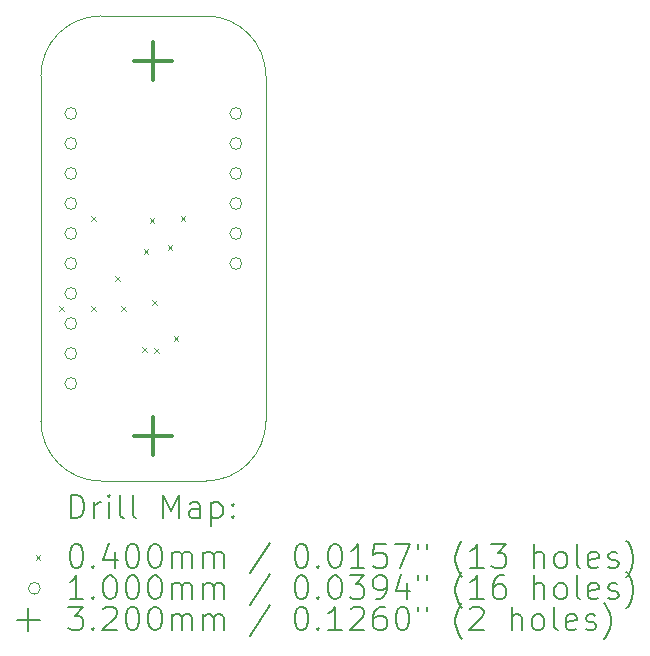
<source format=gbr>
%FSLAX45Y45*%
G04 Gerber Fmt 4.5, Leading zero omitted, Abs format (unit mm)*
G04 Created by KiCad (PCBNEW 6.0.6-3a73a75311~116~ubuntu22.04.1) date 2022-07-16 09:42:50*
%MOMM*%
%LPD*%
G01*
G04 APERTURE LIST*
%TA.AperFunction,Profile*%
%ADD10C,0.100000*%
%TD*%
%ADD11C,0.200000*%
%ADD12C,0.040000*%
%ADD13C,0.100000*%
%ADD14C,0.320000*%
G04 APERTURE END LIST*
D10*
X15684500Y-8763000D02*
G75*
G03*
X15176500Y-8255000I-508000J0D01*
G01*
X14287500Y-8255000D02*
X15176500Y-8255000D01*
X15176500Y-12192000D02*
X14287500Y-12192000D01*
X15684500Y-8763000D02*
X15684500Y-11684000D01*
X15176500Y-12192000D02*
G75*
G03*
X15684500Y-11684000I0J508000D01*
G01*
X13779500Y-11684000D02*
X13779500Y-8763000D01*
X14287500Y-8255000D02*
G75*
G03*
X13779500Y-8763000I0J-508000D01*
G01*
X13779500Y-11684000D02*
G75*
G03*
X14287500Y-12192000I508000J0D01*
G01*
D11*
D12*
X13932220Y-10711500D02*
X13972220Y-10751500D01*
X13972220Y-10711500D02*
X13932220Y-10751500D01*
X14204000Y-9949500D02*
X14244000Y-9989500D01*
X14244000Y-9949500D02*
X14204000Y-9989500D01*
X14204245Y-10711255D02*
X14244245Y-10751255D01*
X14244245Y-10711255D02*
X14204245Y-10751255D01*
X14409740Y-10457500D02*
X14449740Y-10497500D01*
X14449740Y-10457500D02*
X14409740Y-10497500D01*
X14458000Y-10711500D02*
X14498000Y-10751500D01*
X14498000Y-10711500D02*
X14458000Y-10751500D01*
X14638340Y-11062020D02*
X14678340Y-11102020D01*
X14678340Y-11062020D02*
X14638340Y-11102020D01*
X14648500Y-10228900D02*
X14688500Y-10268900D01*
X14688500Y-10228900D02*
X14648500Y-10268900D01*
X14699300Y-9964740D02*
X14739300Y-10004740D01*
X14739300Y-9964740D02*
X14699300Y-10004740D01*
X14719620Y-10660700D02*
X14759620Y-10700700D01*
X14759620Y-10660700D02*
X14719620Y-10700700D01*
X14738120Y-11067850D02*
X14778120Y-11107850D01*
X14778120Y-11067850D02*
X14738120Y-11107850D01*
X14851700Y-10198420D02*
X14891700Y-10238420D01*
X14891700Y-10198420D02*
X14851700Y-10238420D01*
X14902500Y-10965500D02*
X14942500Y-11005500D01*
X14942500Y-10965500D02*
X14902500Y-11005500D01*
X14963460Y-9949500D02*
X15003460Y-9989500D01*
X15003460Y-9949500D02*
X14963460Y-9989500D01*
D13*
X14083500Y-9080500D02*
G75*
G03*
X14083500Y-9080500I-50000J0D01*
G01*
X14083500Y-9334500D02*
G75*
G03*
X14083500Y-9334500I-50000J0D01*
G01*
X14083500Y-9588500D02*
G75*
G03*
X14083500Y-9588500I-50000J0D01*
G01*
X14083500Y-9842500D02*
G75*
G03*
X14083500Y-9842500I-50000J0D01*
G01*
X14083500Y-10096500D02*
G75*
G03*
X14083500Y-10096500I-50000J0D01*
G01*
X14083500Y-10350500D02*
G75*
G03*
X14083500Y-10350500I-50000J0D01*
G01*
X14083500Y-10604500D02*
G75*
G03*
X14083500Y-10604500I-50000J0D01*
G01*
X14083500Y-10858500D02*
G75*
G03*
X14083500Y-10858500I-50000J0D01*
G01*
X14083500Y-11112500D02*
G75*
G03*
X14083500Y-11112500I-50000J0D01*
G01*
X14083500Y-11366500D02*
G75*
G03*
X14083500Y-11366500I-50000J0D01*
G01*
X15480500Y-9080500D02*
G75*
G03*
X15480500Y-9080500I-50000J0D01*
G01*
X15480500Y-9334500D02*
G75*
G03*
X15480500Y-9334500I-50000J0D01*
G01*
X15480500Y-9588500D02*
G75*
G03*
X15480500Y-9588500I-50000J0D01*
G01*
X15480500Y-9842500D02*
G75*
G03*
X15480500Y-9842500I-50000J0D01*
G01*
X15480500Y-10096500D02*
G75*
G03*
X15480500Y-10096500I-50000J0D01*
G01*
X15480500Y-10350500D02*
G75*
G03*
X15480500Y-10350500I-50000J0D01*
G01*
D14*
X14732000Y-8476000D02*
X14732000Y-8796000D01*
X14572000Y-8636000D02*
X14892000Y-8636000D01*
X14732000Y-11651000D02*
X14732000Y-11971000D01*
X14572000Y-11811000D02*
X14892000Y-11811000D01*
D11*
X14032119Y-12507476D02*
X14032119Y-12307476D01*
X14079738Y-12307476D01*
X14108309Y-12317000D01*
X14127357Y-12336048D01*
X14136881Y-12355095D01*
X14146405Y-12393190D01*
X14146405Y-12421762D01*
X14136881Y-12459857D01*
X14127357Y-12478905D01*
X14108309Y-12497952D01*
X14079738Y-12507476D01*
X14032119Y-12507476D01*
X14232119Y-12507476D02*
X14232119Y-12374143D01*
X14232119Y-12412238D02*
X14241643Y-12393190D01*
X14251167Y-12383667D01*
X14270214Y-12374143D01*
X14289262Y-12374143D01*
X14355928Y-12507476D02*
X14355928Y-12374143D01*
X14355928Y-12307476D02*
X14346405Y-12317000D01*
X14355928Y-12326524D01*
X14365452Y-12317000D01*
X14355928Y-12307476D01*
X14355928Y-12326524D01*
X14479738Y-12507476D02*
X14460690Y-12497952D01*
X14451167Y-12478905D01*
X14451167Y-12307476D01*
X14584500Y-12507476D02*
X14565452Y-12497952D01*
X14555928Y-12478905D01*
X14555928Y-12307476D01*
X14813071Y-12507476D02*
X14813071Y-12307476D01*
X14879738Y-12450333D01*
X14946405Y-12307476D01*
X14946405Y-12507476D01*
X15127357Y-12507476D02*
X15127357Y-12402714D01*
X15117833Y-12383667D01*
X15098786Y-12374143D01*
X15060690Y-12374143D01*
X15041643Y-12383667D01*
X15127357Y-12497952D02*
X15108309Y-12507476D01*
X15060690Y-12507476D01*
X15041643Y-12497952D01*
X15032119Y-12478905D01*
X15032119Y-12459857D01*
X15041643Y-12440809D01*
X15060690Y-12431286D01*
X15108309Y-12431286D01*
X15127357Y-12421762D01*
X15222595Y-12374143D02*
X15222595Y-12574143D01*
X15222595Y-12383667D02*
X15241643Y-12374143D01*
X15279738Y-12374143D01*
X15298786Y-12383667D01*
X15308309Y-12393190D01*
X15317833Y-12412238D01*
X15317833Y-12469381D01*
X15308309Y-12488428D01*
X15298786Y-12497952D01*
X15279738Y-12507476D01*
X15241643Y-12507476D01*
X15222595Y-12497952D01*
X15403548Y-12488428D02*
X15413071Y-12497952D01*
X15403548Y-12507476D01*
X15394024Y-12497952D01*
X15403548Y-12488428D01*
X15403548Y-12507476D01*
X15403548Y-12383667D02*
X15413071Y-12393190D01*
X15403548Y-12402714D01*
X15394024Y-12393190D01*
X15403548Y-12383667D01*
X15403548Y-12402714D01*
D12*
X13734500Y-12817000D02*
X13774500Y-12857000D01*
X13774500Y-12817000D02*
X13734500Y-12857000D01*
D11*
X14070214Y-12727476D02*
X14089262Y-12727476D01*
X14108309Y-12737000D01*
X14117833Y-12746524D01*
X14127357Y-12765571D01*
X14136881Y-12803667D01*
X14136881Y-12851286D01*
X14127357Y-12889381D01*
X14117833Y-12908428D01*
X14108309Y-12917952D01*
X14089262Y-12927476D01*
X14070214Y-12927476D01*
X14051167Y-12917952D01*
X14041643Y-12908428D01*
X14032119Y-12889381D01*
X14022595Y-12851286D01*
X14022595Y-12803667D01*
X14032119Y-12765571D01*
X14041643Y-12746524D01*
X14051167Y-12737000D01*
X14070214Y-12727476D01*
X14222595Y-12908428D02*
X14232119Y-12917952D01*
X14222595Y-12927476D01*
X14213071Y-12917952D01*
X14222595Y-12908428D01*
X14222595Y-12927476D01*
X14403548Y-12794143D02*
X14403548Y-12927476D01*
X14355928Y-12717952D02*
X14308309Y-12860809D01*
X14432119Y-12860809D01*
X14546405Y-12727476D02*
X14565452Y-12727476D01*
X14584500Y-12737000D01*
X14594024Y-12746524D01*
X14603548Y-12765571D01*
X14613071Y-12803667D01*
X14613071Y-12851286D01*
X14603548Y-12889381D01*
X14594024Y-12908428D01*
X14584500Y-12917952D01*
X14565452Y-12927476D01*
X14546405Y-12927476D01*
X14527357Y-12917952D01*
X14517833Y-12908428D01*
X14508309Y-12889381D01*
X14498786Y-12851286D01*
X14498786Y-12803667D01*
X14508309Y-12765571D01*
X14517833Y-12746524D01*
X14527357Y-12737000D01*
X14546405Y-12727476D01*
X14736881Y-12727476D02*
X14755928Y-12727476D01*
X14774976Y-12737000D01*
X14784500Y-12746524D01*
X14794024Y-12765571D01*
X14803548Y-12803667D01*
X14803548Y-12851286D01*
X14794024Y-12889381D01*
X14784500Y-12908428D01*
X14774976Y-12917952D01*
X14755928Y-12927476D01*
X14736881Y-12927476D01*
X14717833Y-12917952D01*
X14708309Y-12908428D01*
X14698786Y-12889381D01*
X14689262Y-12851286D01*
X14689262Y-12803667D01*
X14698786Y-12765571D01*
X14708309Y-12746524D01*
X14717833Y-12737000D01*
X14736881Y-12727476D01*
X14889262Y-12927476D02*
X14889262Y-12794143D01*
X14889262Y-12813190D02*
X14898786Y-12803667D01*
X14917833Y-12794143D01*
X14946405Y-12794143D01*
X14965452Y-12803667D01*
X14974976Y-12822714D01*
X14974976Y-12927476D01*
X14974976Y-12822714D02*
X14984500Y-12803667D01*
X15003548Y-12794143D01*
X15032119Y-12794143D01*
X15051167Y-12803667D01*
X15060690Y-12822714D01*
X15060690Y-12927476D01*
X15155928Y-12927476D02*
X15155928Y-12794143D01*
X15155928Y-12813190D02*
X15165452Y-12803667D01*
X15184500Y-12794143D01*
X15213071Y-12794143D01*
X15232119Y-12803667D01*
X15241643Y-12822714D01*
X15241643Y-12927476D01*
X15241643Y-12822714D02*
X15251167Y-12803667D01*
X15270214Y-12794143D01*
X15298786Y-12794143D01*
X15317833Y-12803667D01*
X15327357Y-12822714D01*
X15327357Y-12927476D01*
X15717833Y-12717952D02*
X15546405Y-12975095D01*
X15974976Y-12727476D02*
X15994024Y-12727476D01*
X16013071Y-12737000D01*
X16022595Y-12746524D01*
X16032119Y-12765571D01*
X16041643Y-12803667D01*
X16041643Y-12851286D01*
X16032119Y-12889381D01*
X16022595Y-12908428D01*
X16013071Y-12917952D01*
X15994024Y-12927476D01*
X15974976Y-12927476D01*
X15955928Y-12917952D01*
X15946405Y-12908428D01*
X15936881Y-12889381D01*
X15927357Y-12851286D01*
X15927357Y-12803667D01*
X15936881Y-12765571D01*
X15946405Y-12746524D01*
X15955928Y-12737000D01*
X15974976Y-12727476D01*
X16127357Y-12908428D02*
X16136881Y-12917952D01*
X16127357Y-12927476D01*
X16117833Y-12917952D01*
X16127357Y-12908428D01*
X16127357Y-12927476D01*
X16260690Y-12727476D02*
X16279738Y-12727476D01*
X16298786Y-12737000D01*
X16308309Y-12746524D01*
X16317833Y-12765571D01*
X16327357Y-12803667D01*
X16327357Y-12851286D01*
X16317833Y-12889381D01*
X16308309Y-12908428D01*
X16298786Y-12917952D01*
X16279738Y-12927476D01*
X16260690Y-12927476D01*
X16241643Y-12917952D01*
X16232119Y-12908428D01*
X16222595Y-12889381D01*
X16213071Y-12851286D01*
X16213071Y-12803667D01*
X16222595Y-12765571D01*
X16232119Y-12746524D01*
X16241643Y-12737000D01*
X16260690Y-12727476D01*
X16517833Y-12927476D02*
X16403548Y-12927476D01*
X16460690Y-12927476D02*
X16460690Y-12727476D01*
X16441643Y-12756048D01*
X16422595Y-12775095D01*
X16403548Y-12784619D01*
X16698786Y-12727476D02*
X16603548Y-12727476D01*
X16594024Y-12822714D01*
X16603548Y-12813190D01*
X16622595Y-12803667D01*
X16670214Y-12803667D01*
X16689262Y-12813190D01*
X16698786Y-12822714D01*
X16708309Y-12841762D01*
X16708309Y-12889381D01*
X16698786Y-12908428D01*
X16689262Y-12917952D01*
X16670214Y-12927476D01*
X16622595Y-12927476D01*
X16603548Y-12917952D01*
X16594024Y-12908428D01*
X16774976Y-12727476D02*
X16908310Y-12727476D01*
X16822595Y-12927476D01*
X16974976Y-12727476D02*
X16974976Y-12765571D01*
X17051167Y-12727476D02*
X17051167Y-12765571D01*
X17346405Y-13003667D02*
X17336881Y-12994143D01*
X17317833Y-12965571D01*
X17308310Y-12946524D01*
X17298786Y-12917952D01*
X17289262Y-12870333D01*
X17289262Y-12832238D01*
X17298786Y-12784619D01*
X17308310Y-12756048D01*
X17317833Y-12737000D01*
X17336881Y-12708428D01*
X17346405Y-12698905D01*
X17527357Y-12927476D02*
X17413071Y-12927476D01*
X17470214Y-12927476D02*
X17470214Y-12727476D01*
X17451167Y-12756048D01*
X17432119Y-12775095D01*
X17413071Y-12784619D01*
X17594024Y-12727476D02*
X17717833Y-12727476D01*
X17651167Y-12803667D01*
X17679738Y-12803667D01*
X17698786Y-12813190D01*
X17708310Y-12822714D01*
X17717833Y-12841762D01*
X17717833Y-12889381D01*
X17708310Y-12908428D01*
X17698786Y-12917952D01*
X17679738Y-12927476D01*
X17622595Y-12927476D01*
X17603548Y-12917952D01*
X17594024Y-12908428D01*
X17955929Y-12927476D02*
X17955929Y-12727476D01*
X18041643Y-12927476D02*
X18041643Y-12822714D01*
X18032119Y-12803667D01*
X18013071Y-12794143D01*
X17984500Y-12794143D01*
X17965452Y-12803667D01*
X17955929Y-12813190D01*
X18165452Y-12927476D02*
X18146405Y-12917952D01*
X18136881Y-12908428D01*
X18127357Y-12889381D01*
X18127357Y-12832238D01*
X18136881Y-12813190D01*
X18146405Y-12803667D01*
X18165452Y-12794143D01*
X18194024Y-12794143D01*
X18213071Y-12803667D01*
X18222595Y-12813190D01*
X18232119Y-12832238D01*
X18232119Y-12889381D01*
X18222595Y-12908428D01*
X18213071Y-12917952D01*
X18194024Y-12927476D01*
X18165452Y-12927476D01*
X18346405Y-12927476D02*
X18327357Y-12917952D01*
X18317833Y-12898905D01*
X18317833Y-12727476D01*
X18498786Y-12917952D02*
X18479738Y-12927476D01*
X18441643Y-12927476D01*
X18422595Y-12917952D01*
X18413071Y-12898905D01*
X18413071Y-12822714D01*
X18422595Y-12803667D01*
X18441643Y-12794143D01*
X18479738Y-12794143D01*
X18498786Y-12803667D01*
X18508310Y-12822714D01*
X18508310Y-12841762D01*
X18413071Y-12860809D01*
X18584500Y-12917952D02*
X18603548Y-12927476D01*
X18641643Y-12927476D01*
X18660690Y-12917952D01*
X18670214Y-12898905D01*
X18670214Y-12889381D01*
X18660690Y-12870333D01*
X18641643Y-12860809D01*
X18613071Y-12860809D01*
X18594024Y-12851286D01*
X18584500Y-12832238D01*
X18584500Y-12822714D01*
X18594024Y-12803667D01*
X18613071Y-12794143D01*
X18641643Y-12794143D01*
X18660690Y-12803667D01*
X18736881Y-13003667D02*
X18746405Y-12994143D01*
X18765452Y-12965571D01*
X18774976Y-12946524D01*
X18784500Y-12917952D01*
X18794024Y-12870333D01*
X18794024Y-12832238D01*
X18784500Y-12784619D01*
X18774976Y-12756048D01*
X18765452Y-12737000D01*
X18746405Y-12708428D01*
X18736881Y-12698905D01*
D13*
X13774500Y-13101000D02*
G75*
G03*
X13774500Y-13101000I-50000J0D01*
G01*
D11*
X14136881Y-13191476D02*
X14022595Y-13191476D01*
X14079738Y-13191476D02*
X14079738Y-12991476D01*
X14060690Y-13020048D01*
X14041643Y-13039095D01*
X14022595Y-13048619D01*
X14222595Y-13172428D02*
X14232119Y-13181952D01*
X14222595Y-13191476D01*
X14213071Y-13181952D01*
X14222595Y-13172428D01*
X14222595Y-13191476D01*
X14355928Y-12991476D02*
X14374976Y-12991476D01*
X14394024Y-13001000D01*
X14403548Y-13010524D01*
X14413071Y-13029571D01*
X14422595Y-13067667D01*
X14422595Y-13115286D01*
X14413071Y-13153381D01*
X14403548Y-13172428D01*
X14394024Y-13181952D01*
X14374976Y-13191476D01*
X14355928Y-13191476D01*
X14336881Y-13181952D01*
X14327357Y-13172428D01*
X14317833Y-13153381D01*
X14308309Y-13115286D01*
X14308309Y-13067667D01*
X14317833Y-13029571D01*
X14327357Y-13010524D01*
X14336881Y-13001000D01*
X14355928Y-12991476D01*
X14546405Y-12991476D02*
X14565452Y-12991476D01*
X14584500Y-13001000D01*
X14594024Y-13010524D01*
X14603548Y-13029571D01*
X14613071Y-13067667D01*
X14613071Y-13115286D01*
X14603548Y-13153381D01*
X14594024Y-13172428D01*
X14584500Y-13181952D01*
X14565452Y-13191476D01*
X14546405Y-13191476D01*
X14527357Y-13181952D01*
X14517833Y-13172428D01*
X14508309Y-13153381D01*
X14498786Y-13115286D01*
X14498786Y-13067667D01*
X14508309Y-13029571D01*
X14517833Y-13010524D01*
X14527357Y-13001000D01*
X14546405Y-12991476D01*
X14736881Y-12991476D02*
X14755928Y-12991476D01*
X14774976Y-13001000D01*
X14784500Y-13010524D01*
X14794024Y-13029571D01*
X14803548Y-13067667D01*
X14803548Y-13115286D01*
X14794024Y-13153381D01*
X14784500Y-13172428D01*
X14774976Y-13181952D01*
X14755928Y-13191476D01*
X14736881Y-13191476D01*
X14717833Y-13181952D01*
X14708309Y-13172428D01*
X14698786Y-13153381D01*
X14689262Y-13115286D01*
X14689262Y-13067667D01*
X14698786Y-13029571D01*
X14708309Y-13010524D01*
X14717833Y-13001000D01*
X14736881Y-12991476D01*
X14889262Y-13191476D02*
X14889262Y-13058143D01*
X14889262Y-13077190D02*
X14898786Y-13067667D01*
X14917833Y-13058143D01*
X14946405Y-13058143D01*
X14965452Y-13067667D01*
X14974976Y-13086714D01*
X14974976Y-13191476D01*
X14974976Y-13086714D02*
X14984500Y-13067667D01*
X15003548Y-13058143D01*
X15032119Y-13058143D01*
X15051167Y-13067667D01*
X15060690Y-13086714D01*
X15060690Y-13191476D01*
X15155928Y-13191476D02*
X15155928Y-13058143D01*
X15155928Y-13077190D02*
X15165452Y-13067667D01*
X15184500Y-13058143D01*
X15213071Y-13058143D01*
X15232119Y-13067667D01*
X15241643Y-13086714D01*
X15241643Y-13191476D01*
X15241643Y-13086714D02*
X15251167Y-13067667D01*
X15270214Y-13058143D01*
X15298786Y-13058143D01*
X15317833Y-13067667D01*
X15327357Y-13086714D01*
X15327357Y-13191476D01*
X15717833Y-12981952D02*
X15546405Y-13239095D01*
X15974976Y-12991476D02*
X15994024Y-12991476D01*
X16013071Y-13001000D01*
X16022595Y-13010524D01*
X16032119Y-13029571D01*
X16041643Y-13067667D01*
X16041643Y-13115286D01*
X16032119Y-13153381D01*
X16022595Y-13172428D01*
X16013071Y-13181952D01*
X15994024Y-13191476D01*
X15974976Y-13191476D01*
X15955928Y-13181952D01*
X15946405Y-13172428D01*
X15936881Y-13153381D01*
X15927357Y-13115286D01*
X15927357Y-13067667D01*
X15936881Y-13029571D01*
X15946405Y-13010524D01*
X15955928Y-13001000D01*
X15974976Y-12991476D01*
X16127357Y-13172428D02*
X16136881Y-13181952D01*
X16127357Y-13191476D01*
X16117833Y-13181952D01*
X16127357Y-13172428D01*
X16127357Y-13191476D01*
X16260690Y-12991476D02*
X16279738Y-12991476D01*
X16298786Y-13001000D01*
X16308309Y-13010524D01*
X16317833Y-13029571D01*
X16327357Y-13067667D01*
X16327357Y-13115286D01*
X16317833Y-13153381D01*
X16308309Y-13172428D01*
X16298786Y-13181952D01*
X16279738Y-13191476D01*
X16260690Y-13191476D01*
X16241643Y-13181952D01*
X16232119Y-13172428D01*
X16222595Y-13153381D01*
X16213071Y-13115286D01*
X16213071Y-13067667D01*
X16222595Y-13029571D01*
X16232119Y-13010524D01*
X16241643Y-13001000D01*
X16260690Y-12991476D01*
X16394024Y-12991476D02*
X16517833Y-12991476D01*
X16451167Y-13067667D01*
X16479738Y-13067667D01*
X16498786Y-13077190D01*
X16508309Y-13086714D01*
X16517833Y-13105762D01*
X16517833Y-13153381D01*
X16508309Y-13172428D01*
X16498786Y-13181952D01*
X16479738Y-13191476D01*
X16422595Y-13191476D01*
X16403548Y-13181952D01*
X16394024Y-13172428D01*
X16613071Y-13191476D02*
X16651167Y-13191476D01*
X16670214Y-13181952D01*
X16679738Y-13172428D01*
X16698786Y-13143857D01*
X16708309Y-13105762D01*
X16708309Y-13029571D01*
X16698786Y-13010524D01*
X16689262Y-13001000D01*
X16670214Y-12991476D01*
X16632119Y-12991476D01*
X16613071Y-13001000D01*
X16603548Y-13010524D01*
X16594024Y-13029571D01*
X16594024Y-13077190D01*
X16603548Y-13096238D01*
X16613071Y-13105762D01*
X16632119Y-13115286D01*
X16670214Y-13115286D01*
X16689262Y-13105762D01*
X16698786Y-13096238D01*
X16708309Y-13077190D01*
X16879738Y-13058143D02*
X16879738Y-13191476D01*
X16832119Y-12981952D02*
X16784500Y-13124809D01*
X16908310Y-13124809D01*
X16974976Y-12991476D02*
X16974976Y-13029571D01*
X17051167Y-12991476D02*
X17051167Y-13029571D01*
X17346405Y-13267667D02*
X17336881Y-13258143D01*
X17317833Y-13229571D01*
X17308310Y-13210524D01*
X17298786Y-13181952D01*
X17289262Y-13134333D01*
X17289262Y-13096238D01*
X17298786Y-13048619D01*
X17308310Y-13020048D01*
X17317833Y-13001000D01*
X17336881Y-12972428D01*
X17346405Y-12962905D01*
X17527357Y-13191476D02*
X17413071Y-13191476D01*
X17470214Y-13191476D02*
X17470214Y-12991476D01*
X17451167Y-13020048D01*
X17432119Y-13039095D01*
X17413071Y-13048619D01*
X17698786Y-12991476D02*
X17660690Y-12991476D01*
X17641643Y-13001000D01*
X17632119Y-13010524D01*
X17613071Y-13039095D01*
X17603548Y-13077190D01*
X17603548Y-13153381D01*
X17613071Y-13172428D01*
X17622595Y-13181952D01*
X17641643Y-13191476D01*
X17679738Y-13191476D01*
X17698786Y-13181952D01*
X17708310Y-13172428D01*
X17717833Y-13153381D01*
X17717833Y-13105762D01*
X17708310Y-13086714D01*
X17698786Y-13077190D01*
X17679738Y-13067667D01*
X17641643Y-13067667D01*
X17622595Y-13077190D01*
X17613071Y-13086714D01*
X17603548Y-13105762D01*
X17955929Y-13191476D02*
X17955929Y-12991476D01*
X18041643Y-13191476D02*
X18041643Y-13086714D01*
X18032119Y-13067667D01*
X18013071Y-13058143D01*
X17984500Y-13058143D01*
X17965452Y-13067667D01*
X17955929Y-13077190D01*
X18165452Y-13191476D02*
X18146405Y-13181952D01*
X18136881Y-13172428D01*
X18127357Y-13153381D01*
X18127357Y-13096238D01*
X18136881Y-13077190D01*
X18146405Y-13067667D01*
X18165452Y-13058143D01*
X18194024Y-13058143D01*
X18213071Y-13067667D01*
X18222595Y-13077190D01*
X18232119Y-13096238D01*
X18232119Y-13153381D01*
X18222595Y-13172428D01*
X18213071Y-13181952D01*
X18194024Y-13191476D01*
X18165452Y-13191476D01*
X18346405Y-13191476D02*
X18327357Y-13181952D01*
X18317833Y-13162905D01*
X18317833Y-12991476D01*
X18498786Y-13181952D02*
X18479738Y-13191476D01*
X18441643Y-13191476D01*
X18422595Y-13181952D01*
X18413071Y-13162905D01*
X18413071Y-13086714D01*
X18422595Y-13067667D01*
X18441643Y-13058143D01*
X18479738Y-13058143D01*
X18498786Y-13067667D01*
X18508310Y-13086714D01*
X18508310Y-13105762D01*
X18413071Y-13124809D01*
X18584500Y-13181952D02*
X18603548Y-13191476D01*
X18641643Y-13191476D01*
X18660690Y-13181952D01*
X18670214Y-13162905D01*
X18670214Y-13153381D01*
X18660690Y-13134333D01*
X18641643Y-13124809D01*
X18613071Y-13124809D01*
X18594024Y-13115286D01*
X18584500Y-13096238D01*
X18584500Y-13086714D01*
X18594024Y-13067667D01*
X18613071Y-13058143D01*
X18641643Y-13058143D01*
X18660690Y-13067667D01*
X18736881Y-13267667D02*
X18746405Y-13258143D01*
X18765452Y-13229571D01*
X18774976Y-13210524D01*
X18784500Y-13181952D01*
X18794024Y-13134333D01*
X18794024Y-13096238D01*
X18784500Y-13048619D01*
X18774976Y-13020048D01*
X18765452Y-13001000D01*
X18746405Y-12972428D01*
X18736881Y-12962905D01*
X13674500Y-13265000D02*
X13674500Y-13465000D01*
X13574500Y-13365000D02*
X13774500Y-13365000D01*
X14013071Y-13255476D02*
X14136881Y-13255476D01*
X14070214Y-13331667D01*
X14098786Y-13331667D01*
X14117833Y-13341190D01*
X14127357Y-13350714D01*
X14136881Y-13369762D01*
X14136881Y-13417381D01*
X14127357Y-13436428D01*
X14117833Y-13445952D01*
X14098786Y-13455476D01*
X14041643Y-13455476D01*
X14022595Y-13445952D01*
X14013071Y-13436428D01*
X14222595Y-13436428D02*
X14232119Y-13445952D01*
X14222595Y-13455476D01*
X14213071Y-13445952D01*
X14222595Y-13436428D01*
X14222595Y-13455476D01*
X14308309Y-13274524D02*
X14317833Y-13265000D01*
X14336881Y-13255476D01*
X14384500Y-13255476D01*
X14403548Y-13265000D01*
X14413071Y-13274524D01*
X14422595Y-13293571D01*
X14422595Y-13312619D01*
X14413071Y-13341190D01*
X14298786Y-13455476D01*
X14422595Y-13455476D01*
X14546405Y-13255476D02*
X14565452Y-13255476D01*
X14584500Y-13265000D01*
X14594024Y-13274524D01*
X14603548Y-13293571D01*
X14613071Y-13331667D01*
X14613071Y-13379286D01*
X14603548Y-13417381D01*
X14594024Y-13436428D01*
X14584500Y-13445952D01*
X14565452Y-13455476D01*
X14546405Y-13455476D01*
X14527357Y-13445952D01*
X14517833Y-13436428D01*
X14508309Y-13417381D01*
X14498786Y-13379286D01*
X14498786Y-13331667D01*
X14508309Y-13293571D01*
X14517833Y-13274524D01*
X14527357Y-13265000D01*
X14546405Y-13255476D01*
X14736881Y-13255476D02*
X14755928Y-13255476D01*
X14774976Y-13265000D01*
X14784500Y-13274524D01*
X14794024Y-13293571D01*
X14803548Y-13331667D01*
X14803548Y-13379286D01*
X14794024Y-13417381D01*
X14784500Y-13436428D01*
X14774976Y-13445952D01*
X14755928Y-13455476D01*
X14736881Y-13455476D01*
X14717833Y-13445952D01*
X14708309Y-13436428D01*
X14698786Y-13417381D01*
X14689262Y-13379286D01*
X14689262Y-13331667D01*
X14698786Y-13293571D01*
X14708309Y-13274524D01*
X14717833Y-13265000D01*
X14736881Y-13255476D01*
X14889262Y-13455476D02*
X14889262Y-13322143D01*
X14889262Y-13341190D02*
X14898786Y-13331667D01*
X14917833Y-13322143D01*
X14946405Y-13322143D01*
X14965452Y-13331667D01*
X14974976Y-13350714D01*
X14974976Y-13455476D01*
X14974976Y-13350714D02*
X14984500Y-13331667D01*
X15003548Y-13322143D01*
X15032119Y-13322143D01*
X15051167Y-13331667D01*
X15060690Y-13350714D01*
X15060690Y-13455476D01*
X15155928Y-13455476D02*
X15155928Y-13322143D01*
X15155928Y-13341190D02*
X15165452Y-13331667D01*
X15184500Y-13322143D01*
X15213071Y-13322143D01*
X15232119Y-13331667D01*
X15241643Y-13350714D01*
X15241643Y-13455476D01*
X15241643Y-13350714D02*
X15251167Y-13331667D01*
X15270214Y-13322143D01*
X15298786Y-13322143D01*
X15317833Y-13331667D01*
X15327357Y-13350714D01*
X15327357Y-13455476D01*
X15717833Y-13245952D02*
X15546405Y-13503095D01*
X15974976Y-13255476D02*
X15994024Y-13255476D01*
X16013071Y-13265000D01*
X16022595Y-13274524D01*
X16032119Y-13293571D01*
X16041643Y-13331667D01*
X16041643Y-13379286D01*
X16032119Y-13417381D01*
X16022595Y-13436428D01*
X16013071Y-13445952D01*
X15994024Y-13455476D01*
X15974976Y-13455476D01*
X15955928Y-13445952D01*
X15946405Y-13436428D01*
X15936881Y-13417381D01*
X15927357Y-13379286D01*
X15927357Y-13331667D01*
X15936881Y-13293571D01*
X15946405Y-13274524D01*
X15955928Y-13265000D01*
X15974976Y-13255476D01*
X16127357Y-13436428D02*
X16136881Y-13445952D01*
X16127357Y-13455476D01*
X16117833Y-13445952D01*
X16127357Y-13436428D01*
X16127357Y-13455476D01*
X16327357Y-13455476D02*
X16213071Y-13455476D01*
X16270214Y-13455476D02*
X16270214Y-13255476D01*
X16251167Y-13284048D01*
X16232119Y-13303095D01*
X16213071Y-13312619D01*
X16403548Y-13274524D02*
X16413071Y-13265000D01*
X16432119Y-13255476D01*
X16479738Y-13255476D01*
X16498786Y-13265000D01*
X16508309Y-13274524D01*
X16517833Y-13293571D01*
X16517833Y-13312619D01*
X16508309Y-13341190D01*
X16394024Y-13455476D01*
X16517833Y-13455476D01*
X16689262Y-13255476D02*
X16651167Y-13255476D01*
X16632119Y-13265000D01*
X16622595Y-13274524D01*
X16603548Y-13303095D01*
X16594024Y-13341190D01*
X16594024Y-13417381D01*
X16603548Y-13436428D01*
X16613071Y-13445952D01*
X16632119Y-13455476D01*
X16670214Y-13455476D01*
X16689262Y-13445952D01*
X16698786Y-13436428D01*
X16708309Y-13417381D01*
X16708309Y-13369762D01*
X16698786Y-13350714D01*
X16689262Y-13341190D01*
X16670214Y-13331667D01*
X16632119Y-13331667D01*
X16613071Y-13341190D01*
X16603548Y-13350714D01*
X16594024Y-13369762D01*
X16832119Y-13255476D02*
X16851167Y-13255476D01*
X16870214Y-13265000D01*
X16879738Y-13274524D01*
X16889262Y-13293571D01*
X16898786Y-13331667D01*
X16898786Y-13379286D01*
X16889262Y-13417381D01*
X16879738Y-13436428D01*
X16870214Y-13445952D01*
X16851167Y-13455476D01*
X16832119Y-13455476D01*
X16813071Y-13445952D01*
X16803548Y-13436428D01*
X16794024Y-13417381D01*
X16784500Y-13379286D01*
X16784500Y-13331667D01*
X16794024Y-13293571D01*
X16803548Y-13274524D01*
X16813071Y-13265000D01*
X16832119Y-13255476D01*
X16974976Y-13255476D02*
X16974976Y-13293571D01*
X17051167Y-13255476D02*
X17051167Y-13293571D01*
X17346405Y-13531667D02*
X17336881Y-13522143D01*
X17317833Y-13493571D01*
X17308310Y-13474524D01*
X17298786Y-13445952D01*
X17289262Y-13398333D01*
X17289262Y-13360238D01*
X17298786Y-13312619D01*
X17308310Y-13284048D01*
X17317833Y-13265000D01*
X17336881Y-13236428D01*
X17346405Y-13226905D01*
X17413071Y-13274524D02*
X17422595Y-13265000D01*
X17441643Y-13255476D01*
X17489262Y-13255476D01*
X17508310Y-13265000D01*
X17517833Y-13274524D01*
X17527357Y-13293571D01*
X17527357Y-13312619D01*
X17517833Y-13341190D01*
X17403548Y-13455476D01*
X17527357Y-13455476D01*
X17765452Y-13455476D02*
X17765452Y-13255476D01*
X17851167Y-13455476D02*
X17851167Y-13350714D01*
X17841643Y-13331667D01*
X17822595Y-13322143D01*
X17794024Y-13322143D01*
X17774976Y-13331667D01*
X17765452Y-13341190D01*
X17974976Y-13455476D02*
X17955929Y-13445952D01*
X17946405Y-13436428D01*
X17936881Y-13417381D01*
X17936881Y-13360238D01*
X17946405Y-13341190D01*
X17955929Y-13331667D01*
X17974976Y-13322143D01*
X18003548Y-13322143D01*
X18022595Y-13331667D01*
X18032119Y-13341190D01*
X18041643Y-13360238D01*
X18041643Y-13417381D01*
X18032119Y-13436428D01*
X18022595Y-13445952D01*
X18003548Y-13455476D01*
X17974976Y-13455476D01*
X18155929Y-13455476D02*
X18136881Y-13445952D01*
X18127357Y-13426905D01*
X18127357Y-13255476D01*
X18308310Y-13445952D02*
X18289262Y-13455476D01*
X18251167Y-13455476D01*
X18232119Y-13445952D01*
X18222595Y-13426905D01*
X18222595Y-13350714D01*
X18232119Y-13331667D01*
X18251167Y-13322143D01*
X18289262Y-13322143D01*
X18308310Y-13331667D01*
X18317833Y-13350714D01*
X18317833Y-13369762D01*
X18222595Y-13388809D01*
X18394024Y-13445952D02*
X18413071Y-13455476D01*
X18451167Y-13455476D01*
X18470214Y-13445952D01*
X18479738Y-13426905D01*
X18479738Y-13417381D01*
X18470214Y-13398333D01*
X18451167Y-13388809D01*
X18422595Y-13388809D01*
X18403548Y-13379286D01*
X18394024Y-13360238D01*
X18394024Y-13350714D01*
X18403548Y-13331667D01*
X18422595Y-13322143D01*
X18451167Y-13322143D01*
X18470214Y-13331667D01*
X18546405Y-13531667D02*
X18555929Y-13522143D01*
X18574976Y-13493571D01*
X18584500Y-13474524D01*
X18594024Y-13445952D01*
X18603548Y-13398333D01*
X18603548Y-13360238D01*
X18594024Y-13312619D01*
X18584500Y-13284048D01*
X18574976Y-13265000D01*
X18555929Y-13236428D01*
X18546405Y-13226905D01*
M02*

</source>
